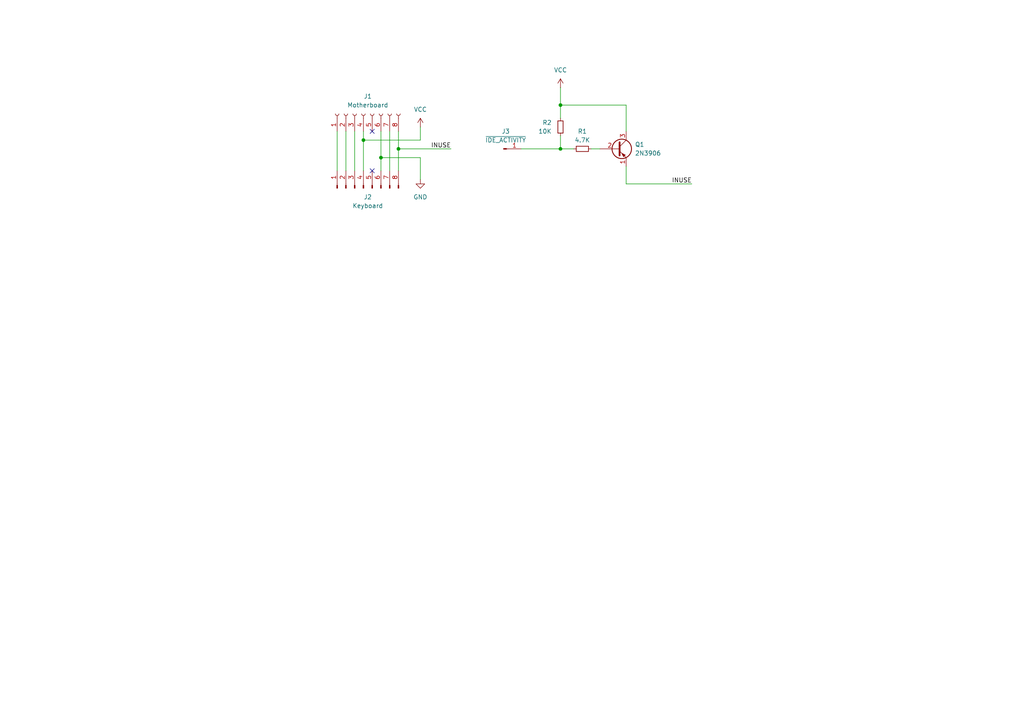
<source format=kicad_sch>
(kicad_sch
	(version 20231120)
	(generator "eeschema")
	(generator_version "8.0")
	(uuid "d8c88aee-9442-48b2-9d3b-a8215d6cb7d3")
	(paper "A4")
	(lib_symbols
		(symbol "Connector:Conn_01x01_Pin"
			(pin_names
				(offset 1.016) hide)
			(exclude_from_sim no)
			(in_bom yes)
			(on_board yes)
			(property "Reference" "J"
				(at 0 2.54 0)
				(effects
					(font
						(size 1.27 1.27)
					)
				)
			)
			(property "Value" "Conn_01x01_Pin"
				(at 0 -2.54 0)
				(effects
					(font
						(size 1.27 1.27)
					)
				)
			)
			(property "Footprint" ""
				(at 0 0 0)
				(effects
					(font
						(size 1.27 1.27)
					)
					(hide yes)
				)
			)
			(property "Datasheet" "~"
				(at 0 0 0)
				(effects
					(font
						(size 1.27 1.27)
					)
					(hide yes)
				)
			)
			(property "Description" "Generic connector, single row, 01x01, script generated"
				(at 0 0 0)
				(effects
					(font
						(size 1.27 1.27)
					)
					(hide yes)
				)
			)
			(property "ki_locked" ""
				(at 0 0 0)
				(effects
					(font
						(size 1.27 1.27)
					)
				)
			)
			(property "ki_keywords" "connector"
				(at 0 0 0)
				(effects
					(font
						(size 1.27 1.27)
					)
					(hide yes)
				)
			)
			(property "ki_fp_filters" "Connector*:*_1x??_*"
				(at 0 0 0)
				(effects
					(font
						(size 1.27 1.27)
					)
					(hide yes)
				)
			)
			(symbol "Conn_01x01_Pin_1_1"
				(polyline
					(pts
						(xy 1.27 0) (xy 0.8636 0)
					)
					(stroke
						(width 0.1524)
						(type default)
					)
					(fill
						(type none)
					)
				)
				(rectangle
					(start 0.8636 0.127)
					(end 0 -0.127)
					(stroke
						(width 0.1524)
						(type default)
					)
					(fill
						(type outline)
					)
				)
				(pin passive line
					(at 5.08 0 180)
					(length 3.81)
					(name "Pin_1"
						(effects
							(font
								(size 1.27 1.27)
							)
						)
					)
					(number "1"
						(effects
							(font
								(size 1.27 1.27)
							)
						)
					)
				)
			)
		)
		(symbol "Connector:Conn_01x08_Pin"
			(pin_names
				(offset 1.016) hide)
			(exclude_from_sim no)
			(in_bom yes)
			(on_board yes)
			(property "Reference" "J"
				(at 0 10.16 0)
				(effects
					(font
						(size 1.27 1.27)
					)
				)
			)
			(property "Value" "Conn_01x08_Pin"
				(at 0 -12.7 0)
				(effects
					(font
						(size 1.27 1.27)
					)
				)
			)
			(property "Footprint" ""
				(at 0 0 0)
				(effects
					(font
						(size 1.27 1.27)
					)
					(hide yes)
				)
			)
			(property "Datasheet" "~"
				(at 0 0 0)
				(effects
					(font
						(size 1.27 1.27)
					)
					(hide yes)
				)
			)
			(property "Description" "Generic connector, single row, 01x08, script generated"
				(at 0 0 0)
				(effects
					(font
						(size 1.27 1.27)
					)
					(hide yes)
				)
			)
			(property "ki_locked" ""
				(at 0 0 0)
				(effects
					(font
						(size 1.27 1.27)
					)
				)
			)
			(property "ki_keywords" "connector"
				(at 0 0 0)
				(effects
					(font
						(size 1.27 1.27)
					)
					(hide yes)
				)
			)
			(property "ki_fp_filters" "Connector*:*_1x??_*"
				(at 0 0 0)
				(effects
					(font
						(size 1.27 1.27)
					)
					(hide yes)
				)
			)
			(symbol "Conn_01x08_Pin_1_1"
				(polyline
					(pts
						(xy 1.27 -10.16) (xy 0.8636 -10.16)
					)
					(stroke
						(width 0.1524)
						(type default)
					)
					(fill
						(type none)
					)
				)
				(polyline
					(pts
						(xy 1.27 -7.62) (xy 0.8636 -7.62)
					)
					(stroke
						(width 0.1524)
						(type default)
					)
					(fill
						(type none)
					)
				)
				(polyline
					(pts
						(xy 1.27 -5.08) (xy 0.8636 -5.08)
					)
					(stroke
						(width 0.1524)
						(type default)
					)
					(fill
						(type none)
					)
				)
				(polyline
					(pts
						(xy 1.27 -2.54) (xy 0.8636 -2.54)
					)
					(stroke
						(width 0.1524)
						(type default)
					)
					(fill
						(type none)
					)
				)
				(polyline
					(pts
						(xy 1.27 0) (xy 0.8636 0)
					)
					(stroke
						(width 0.1524)
						(type default)
					)
					(fill
						(type none)
					)
				)
				(polyline
					(pts
						(xy 1.27 2.54) (xy 0.8636 2.54)
					)
					(stroke
						(width 0.1524)
						(type default)
					)
					(fill
						(type none)
					)
				)
				(polyline
					(pts
						(xy 1.27 5.08) (xy 0.8636 5.08)
					)
					(stroke
						(width 0.1524)
						(type default)
					)
					(fill
						(type none)
					)
				)
				(polyline
					(pts
						(xy 1.27 7.62) (xy 0.8636 7.62)
					)
					(stroke
						(width 0.1524)
						(type default)
					)
					(fill
						(type none)
					)
				)
				(rectangle
					(start 0.8636 -10.033)
					(end 0 -10.287)
					(stroke
						(width 0.1524)
						(type default)
					)
					(fill
						(type outline)
					)
				)
				(rectangle
					(start 0.8636 -7.493)
					(end 0 -7.747)
					(stroke
						(width 0.1524)
						(type default)
					)
					(fill
						(type outline)
					)
				)
				(rectangle
					(start 0.8636 -4.953)
					(end 0 -5.207)
					(stroke
						(width 0.1524)
						(type default)
					)
					(fill
						(type outline)
					)
				)
				(rectangle
					(start 0.8636 -2.413)
					(end 0 -2.667)
					(stroke
						(width 0.1524)
						(type default)
					)
					(fill
						(type outline)
					)
				)
				(rectangle
					(start 0.8636 0.127)
					(end 0 -0.127)
					(stroke
						(width 0.1524)
						(type default)
					)
					(fill
						(type outline)
					)
				)
				(rectangle
					(start 0.8636 2.667)
					(end 0 2.413)
					(stroke
						(width 0.1524)
						(type default)
					)
					(fill
						(type outline)
					)
				)
				(rectangle
					(start 0.8636 5.207)
					(end 0 4.953)
					(stroke
						(width 0.1524)
						(type default)
					)
					(fill
						(type outline)
					)
				)
				(rectangle
					(start 0.8636 7.747)
					(end 0 7.493)
					(stroke
						(width 0.1524)
						(type default)
					)
					(fill
						(type outline)
					)
				)
				(pin passive line
					(at 5.08 7.62 180)
					(length 3.81)
					(name "Pin_1"
						(effects
							(font
								(size 1.27 1.27)
							)
						)
					)
					(number "1"
						(effects
							(font
								(size 1.27 1.27)
							)
						)
					)
				)
				(pin passive line
					(at 5.08 5.08 180)
					(length 3.81)
					(name "Pin_2"
						(effects
							(font
								(size 1.27 1.27)
							)
						)
					)
					(number "2"
						(effects
							(font
								(size 1.27 1.27)
							)
						)
					)
				)
				(pin passive line
					(at 5.08 2.54 180)
					(length 3.81)
					(name "Pin_3"
						(effects
							(font
								(size 1.27 1.27)
							)
						)
					)
					(number "3"
						(effects
							(font
								(size 1.27 1.27)
							)
						)
					)
				)
				(pin passive line
					(at 5.08 0 180)
					(length 3.81)
					(name "Pin_4"
						(effects
							(font
								(size 1.27 1.27)
							)
						)
					)
					(number "4"
						(effects
							(font
								(size 1.27 1.27)
							)
						)
					)
				)
				(pin passive line
					(at 5.08 -2.54 180)
					(length 3.81)
					(name "Pin_5"
						(effects
							(font
								(size 1.27 1.27)
							)
						)
					)
					(number "5"
						(effects
							(font
								(size 1.27 1.27)
							)
						)
					)
				)
				(pin passive line
					(at 5.08 -5.08 180)
					(length 3.81)
					(name "Pin_6"
						(effects
							(font
								(size 1.27 1.27)
							)
						)
					)
					(number "6"
						(effects
							(font
								(size 1.27 1.27)
							)
						)
					)
				)
				(pin passive line
					(at 5.08 -7.62 180)
					(length 3.81)
					(name "Pin_7"
						(effects
							(font
								(size 1.27 1.27)
							)
						)
					)
					(number "7"
						(effects
							(font
								(size 1.27 1.27)
							)
						)
					)
				)
				(pin passive line
					(at 5.08 -10.16 180)
					(length 3.81)
					(name "Pin_8"
						(effects
							(font
								(size 1.27 1.27)
							)
						)
					)
					(number "8"
						(effects
							(font
								(size 1.27 1.27)
							)
						)
					)
				)
			)
		)
		(symbol "Connector:Conn_01x08_Socket"
			(pin_names
				(offset 1.016) hide)
			(exclude_from_sim no)
			(in_bom yes)
			(on_board yes)
			(property "Reference" "J"
				(at 0 10.16 0)
				(effects
					(font
						(size 1.27 1.27)
					)
				)
			)
			(property "Value" "Conn_01x08_Socket"
				(at 0 -12.7 0)
				(effects
					(font
						(size 1.27 1.27)
					)
				)
			)
			(property "Footprint" ""
				(at 0 0 0)
				(effects
					(font
						(size 1.27 1.27)
					)
					(hide yes)
				)
			)
			(property "Datasheet" "~"
				(at 0 0 0)
				(effects
					(font
						(size 1.27 1.27)
					)
					(hide yes)
				)
			)
			(property "Description" "Generic connector, single row, 01x08, script generated"
				(at 0 0 0)
				(effects
					(font
						(size 1.27 1.27)
					)
					(hide yes)
				)
			)
			(property "ki_locked" ""
				(at 0 0 0)
				(effects
					(font
						(size 1.27 1.27)
					)
				)
			)
			(property "ki_keywords" "connector"
				(at 0 0 0)
				(effects
					(font
						(size 1.27 1.27)
					)
					(hide yes)
				)
			)
			(property "ki_fp_filters" "Connector*:*_1x??_*"
				(at 0 0 0)
				(effects
					(font
						(size 1.27 1.27)
					)
					(hide yes)
				)
			)
			(symbol "Conn_01x08_Socket_1_1"
				(arc
					(start 0 -9.652)
					(mid -0.5058 -10.16)
					(end 0 -10.668)
					(stroke
						(width 0.1524)
						(type default)
					)
					(fill
						(type none)
					)
				)
				(arc
					(start 0 -7.112)
					(mid -0.5058 -7.62)
					(end 0 -8.128)
					(stroke
						(width 0.1524)
						(type default)
					)
					(fill
						(type none)
					)
				)
				(arc
					(start 0 -4.572)
					(mid -0.5058 -5.08)
					(end 0 -5.588)
					(stroke
						(width 0.1524)
						(type default)
					)
					(fill
						(type none)
					)
				)
				(arc
					(start 0 -2.032)
					(mid -0.5058 -2.54)
					(end 0 -3.048)
					(stroke
						(width 0.1524)
						(type default)
					)
					(fill
						(type none)
					)
				)
				(polyline
					(pts
						(xy -1.27 -10.16) (xy -0.508 -10.16)
					)
					(stroke
						(width 0.1524)
						(type default)
					)
					(fill
						(type none)
					)
				)
				(polyline
					(pts
						(xy -1.27 -7.62) (xy -0.508 -7.62)
					)
					(stroke
						(width 0.1524)
						(type default)
					)
					(fill
						(type none)
					)
				)
				(polyline
					(pts
						(xy -1.27 -5.08) (xy -0.508 -5.08)
					)
					(stroke
						(width 0.1524)
						(type default)
					)
					(fill
						(type none)
					)
				)
				(polyline
					(pts
						(xy -1.27 -2.54) (xy -0.508 -2.54)
					)
					(stroke
						(width 0.1524)
						(type default)
					)
					(fill
						(type none)
					)
				)
				(polyline
					(pts
						(xy -1.27 0) (xy -0.508 0)
					)
					(stroke
						(width 0.1524)
						(type default)
					)
					(fill
						(type none)
					)
				)
				(polyline
					(pts
						(xy -1.27 2.54) (xy -0.508 2.54)
					)
					(stroke
						(width 0.1524)
						(type default)
					)
					(fill
						(type none)
					)
				)
				(polyline
					(pts
						(xy -1.27 5.08) (xy -0.508 5.08)
					)
					(stroke
						(width 0.1524)
						(type default)
					)
					(fill
						(type none)
					)
				)
				(polyline
					(pts
						(xy -1.27 7.62) (xy -0.508 7.62)
					)
					(stroke
						(width 0.1524)
						(type default)
					)
					(fill
						(type none)
					)
				)
				(arc
					(start 0 0.508)
					(mid -0.5058 0)
					(end 0 -0.508)
					(stroke
						(width 0.1524)
						(type default)
					)
					(fill
						(type none)
					)
				)
				(arc
					(start 0 3.048)
					(mid -0.5058 2.54)
					(end 0 2.032)
					(stroke
						(width 0.1524)
						(type default)
					)
					(fill
						(type none)
					)
				)
				(arc
					(start 0 5.588)
					(mid -0.5058 5.08)
					(end 0 4.572)
					(stroke
						(width 0.1524)
						(type default)
					)
					(fill
						(type none)
					)
				)
				(arc
					(start 0 8.128)
					(mid -0.5058 7.62)
					(end 0 7.112)
					(stroke
						(width 0.1524)
						(type default)
					)
					(fill
						(type none)
					)
				)
				(pin passive line
					(at -5.08 7.62 0)
					(length 3.81)
					(name "Pin_1"
						(effects
							(font
								(size 1.27 1.27)
							)
						)
					)
					(number "1"
						(effects
							(font
								(size 1.27 1.27)
							)
						)
					)
				)
				(pin passive line
					(at -5.08 5.08 0)
					(length 3.81)
					(name "Pin_2"
						(effects
							(font
								(size 1.27 1.27)
							)
						)
					)
					(number "2"
						(effects
							(font
								(size 1.27 1.27)
							)
						)
					)
				)
				(pin passive line
					(at -5.08 2.54 0)
					(length 3.81)
					(name "Pin_3"
						(effects
							(font
								(size 1.27 1.27)
							)
						)
					)
					(number "3"
						(effects
							(font
								(size 1.27 1.27)
							)
						)
					)
				)
				(pin passive line
					(at -5.08 0 0)
					(length 3.81)
					(name "Pin_4"
						(effects
							(font
								(size 1.27 1.27)
							)
						)
					)
					(number "4"
						(effects
							(font
								(size 1.27 1.27)
							)
						)
					)
				)
				(pin passive line
					(at -5.08 -2.54 0)
					(length 3.81)
					(name "Pin_5"
						(effects
							(font
								(size 1.27 1.27)
							)
						)
					)
					(number "5"
						(effects
							(font
								(size 1.27 1.27)
							)
						)
					)
				)
				(pin passive line
					(at -5.08 -5.08 0)
					(length 3.81)
					(name "Pin_6"
						(effects
							(font
								(size 1.27 1.27)
							)
						)
					)
					(number "6"
						(effects
							(font
								(size 1.27 1.27)
							)
						)
					)
				)
				(pin passive line
					(at -5.08 -7.62 0)
					(length 3.81)
					(name "Pin_7"
						(effects
							(font
								(size 1.27 1.27)
							)
						)
					)
					(number "7"
						(effects
							(font
								(size 1.27 1.27)
							)
						)
					)
				)
				(pin passive line
					(at -5.08 -10.16 0)
					(length 3.81)
					(name "Pin_8"
						(effects
							(font
								(size 1.27 1.27)
							)
						)
					)
					(number "8"
						(effects
							(font
								(size 1.27 1.27)
							)
						)
					)
				)
			)
		)
		(symbol "Device:R_Small"
			(pin_numbers hide)
			(pin_names
				(offset 0.254) hide)
			(exclude_from_sim no)
			(in_bom yes)
			(on_board yes)
			(property "Reference" "R"
				(at 0.762 0.508 0)
				(effects
					(font
						(size 1.27 1.27)
					)
					(justify left)
				)
			)
			(property "Value" "R_Small"
				(at 0.762 -1.016 0)
				(effects
					(font
						(size 1.27 1.27)
					)
					(justify left)
				)
			)
			(property "Footprint" ""
				(at 0 0 0)
				(effects
					(font
						(size 1.27 1.27)
					)
					(hide yes)
				)
			)
			(property "Datasheet" "~"
				(at 0 0 0)
				(effects
					(font
						(size 1.27 1.27)
					)
					(hide yes)
				)
			)
			(property "Description" "Resistor, small symbol"
				(at 0 0 0)
				(effects
					(font
						(size 1.27 1.27)
					)
					(hide yes)
				)
			)
			(property "ki_keywords" "R resistor"
				(at 0 0 0)
				(effects
					(font
						(size 1.27 1.27)
					)
					(hide yes)
				)
			)
			(property "ki_fp_filters" "R_*"
				(at 0 0 0)
				(effects
					(font
						(size 1.27 1.27)
					)
					(hide yes)
				)
			)
			(symbol "R_Small_0_1"
				(rectangle
					(start -0.762 1.778)
					(end 0.762 -1.778)
					(stroke
						(width 0.2032)
						(type default)
					)
					(fill
						(type none)
					)
				)
			)
			(symbol "R_Small_1_1"
				(pin passive line
					(at 0 2.54 270)
					(length 0.762)
					(name "~"
						(effects
							(font
								(size 1.27 1.27)
							)
						)
					)
					(number "1"
						(effects
							(font
								(size 1.27 1.27)
							)
						)
					)
				)
				(pin passive line
					(at 0 -2.54 90)
					(length 0.762)
					(name "~"
						(effects
							(font
								(size 1.27 1.27)
							)
						)
					)
					(number "2"
						(effects
							(font
								(size 1.27 1.27)
							)
						)
					)
				)
			)
		)
		(symbol "Transistor_BJT:2N3906"
			(pin_names
				(offset 0) hide)
			(exclude_from_sim no)
			(in_bom yes)
			(on_board yes)
			(property "Reference" "Q"
				(at 5.08 1.905 0)
				(effects
					(font
						(size 1.27 1.27)
					)
					(justify left)
				)
			)
			(property "Value" "2N3906"
				(at 5.08 0 0)
				(effects
					(font
						(size 1.27 1.27)
					)
					(justify left)
				)
			)
			(property "Footprint" "Package_TO_SOT_THT:TO-92_Inline"
				(at 5.08 -1.905 0)
				(effects
					(font
						(size 1.27 1.27)
						(italic yes)
					)
					(justify left)
					(hide yes)
				)
			)
			(property "Datasheet" "https://www.onsemi.com/pub/Collateral/2N3906-D.PDF"
				(at 0 0 0)
				(effects
					(font
						(size 1.27 1.27)
					)
					(justify left)
					(hide yes)
				)
			)
			(property "Description" "-0.2A Ic, -40V Vce, Small Signal PNP Transistor, TO-92"
				(at 0 0 0)
				(effects
					(font
						(size 1.27 1.27)
					)
					(hide yes)
				)
			)
			(property "ki_keywords" "PNP Transistor"
				(at 0 0 0)
				(effects
					(font
						(size 1.27 1.27)
					)
					(hide yes)
				)
			)
			(property "ki_fp_filters" "TO?92*"
				(at 0 0 0)
				(effects
					(font
						(size 1.27 1.27)
					)
					(hide yes)
				)
			)
			(symbol "2N3906_0_1"
				(polyline
					(pts
						(xy 0.635 0.635) (xy 2.54 2.54)
					)
					(stroke
						(width 0)
						(type default)
					)
					(fill
						(type none)
					)
				)
				(polyline
					(pts
						(xy 0.635 -0.635) (xy 2.54 -2.54) (xy 2.54 -2.54)
					)
					(stroke
						(width 0)
						(type default)
					)
					(fill
						(type none)
					)
				)
				(polyline
					(pts
						(xy 0.635 1.905) (xy 0.635 -1.905) (xy 0.635 -1.905)
					)
					(stroke
						(width 0.508)
						(type default)
					)
					(fill
						(type none)
					)
				)
				(polyline
					(pts
						(xy 2.286 -1.778) (xy 1.778 -2.286) (xy 1.27 -1.27) (xy 2.286 -1.778) (xy 2.286 -1.778)
					)
					(stroke
						(width 0)
						(type default)
					)
					(fill
						(type outline)
					)
				)
				(circle
					(center 1.27 0)
					(radius 2.8194)
					(stroke
						(width 0.254)
						(type default)
					)
					(fill
						(type none)
					)
				)
			)
			(symbol "2N3906_1_1"
				(pin passive line
					(at 2.54 -5.08 90)
					(length 2.54)
					(name "E"
						(effects
							(font
								(size 1.27 1.27)
							)
						)
					)
					(number "1"
						(effects
							(font
								(size 1.27 1.27)
							)
						)
					)
				)
				(pin input line
					(at -5.08 0 0)
					(length 5.715)
					(name "B"
						(effects
							(font
								(size 1.27 1.27)
							)
						)
					)
					(number "2"
						(effects
							(font
								(size 1.27 1.27)
							)
						)
					)
				)
				(pin passive line
					(at 2.54 5.08 270)
					(length 2.54)
					(name "C"
						(effects
							(font
								(size 1.27 1.27)
							)
						)
					)
					(number "3"
						(effects
							(font
								(size 1.27 1.27)
							)
						)
					)
				)
			)
		)
		(symbol "power:GND"
			(power)
			(pin_numbers hide)
			(pin_names
				(offset 0) hide)
			(exclude_from_sim no)
			(in_bom yes)
			(on_board yes)
			(property "Reference" "#PWR"
				(at 0 -6.35 0)
				(effects
					(font
						(size 1.27 1.27)
					)
					(hide yes)
				)
			)
			(property "Value" "GND"
				(at 0 -3.81 0)
				(effects
					(font
						(size 1.27 1.27)
					)
				)
			)
			(property "Footprint" ""
				(at 0 0 0)
				(effects
					(font
						(size 1.27 1.27)
					)
					(hide yes)
				)
			)
			(property "Datasheet" ""
				(at 0 0 0)
				(effects
					(font
						(size 1.27 1.27)
					)
					(hide yes)
				)
			)
			(property "Description" "Power symbol creates a global label with name \"GND\" , ground"
				(at 0 0 0)
				(effects
					(font
						(size 1.27 1.27)
					)
					(hide yes)
				)
			)
			(property "ki_keywords" "global power"
				(at 0 0 0)
				(effects
					(font
						(size 1.27 1.27)
					)
					(hide yes)
				)
			)
			(symbol "GND_0_1"
				(polyline
					(pts
						(xy 0 0) (xy 0 -1.27) (xy 1.27 -1.27) (xy 0 -2.54) (xy -1.27 -1.27) (xy 0 -1.27)
					)
					(stroke
						(width 0)
						(type default)
					)
					(fill
						(type none)
					)
				)
			)
			(symbol "GND_1_1"
				(pin power_in line
					(at 0 0 270)
					(length 0)
					(name "~"
						(effects
							(font
								(size 1.27 1.27)
							)
						)
					)
					(number "1"
						(effects
							(font
								(size 1.27 1.27)
							)
						)
					)
				)
			)
		)
		(symbol "power:VCC"
			(power)
			(pin_numbers hide)
			(pin_names
				(offset 0) hide)
			(exclude_from_sim no)
			(in_bom yes)
			(on_board yes)
			(property "Reference" "#PWR"
				(at 0 -3.81 0)
				(effects
					(font
						(size 1.27 1.27)
					)
					(hide yes)
				)
			)
			(property "Value" "VCC"
				(at 0 3.556 0)
				(effects
					(font
						(size 1.27 1.27)
					)
				)
			)
			(property "Footprint" ""
				(at 0 0 0)
				(effects
					(font
						(size 1.27 1.27)
					)
					(hide yes)
				)
			)
			(property "Datasheet" ""
				(at 0 0 0)
				(effects
					(font
						(size 1.27 1.27)
					)
					(hide yes)
				)
			)
			(property "Description" "Power symbol creates a global label with name \"VCC\""
				(at 0 0 0)
				(effects
					(font
						(size 1.27 1.27)
					)
					(hide yes)
				)
			)
			(property "ki_keywords" "global power"
				(at 0 0 0)
				(effects
					(font
						(size 1.27 1.27)
					)
					(hide yes)
				)
			)
			(symbol "VCC_0_1"
				(polyline
					(pts
						(xy -0.762 1.27) (xy 0 2.54)
					)
					(stroke
						(width 0)
						(type default)
					)
					(fill
						(type none)
					)
				)
				(polyline
					(pts
						(xy 0 0) (xy 0 2.54)
					)
					(stroke
						(width 0)
						(type default)
					)
					(fill
						(type none)
					)
				)
				(polyline
					(pts
						(xy 0 2.54) (xy 0.762 1.27)
					)
					(stroke
						(width 0)
						(type default)
					)
					(fill
						(type none)
					)
				)
			)
			(symbol "VCC_1_1"
				(pin power_in line
					(at 0 0 90)
					(length 0)
					(name "~"
						(effects
							(font
								(size 1.27 1.27)
							)
						)
					)
					(number "1"
						(effects
							(font
								(size 1.27 1.27)
							)
						)
					)
				)
			)
		)
	)
	(junction
		(at 115.57 43.18)
		(diameter 0)
		(color 0 0 0 0)
		(uuid "50a49ae6-67da-4988-a29b-4c6c48d003ea")
	)
	(junction
		(at 162.56 43.18)
		(diameter 0)
		(color 0 0 0 0)
		(uuid "7ca41420-16eb-4fa5-9551-6bbcc2a36221")
	)
	(junction
		(at 162.56 30.48)
		(diameter 0)
		(color 0 0 0 0)
		(uuid "94026c34-5369-4287-b300-d83f9481a30e")
	)
	(junction
		(at 105.41 40.64)
		(diameter 0)
		(color 0 0 0 0)
		(uuid "9e3300f7-5605-4760-9a0d-80b9f34a94db")
	)
	(junction
		(at 110.49 45.72)
		(diameter 0)
		(color 0 0 0 0)
		(uuid "cab2076d-692c-4579-ba3a-4e29d56ddb10")
	)
	(no_connect
		(at 107.95 38.1)
		(uuid "72a95aed-50f7-484b-94fe-1fb2d12c6d5a")
	)
	(no_connect
		(at 107.95 49.53)
		(uuid "b0829222-abfc-458c-9353-fc428d806937")
	)
	(wire
		(pts
			(xy 151.13 43.18) (xy 162.56 43.18)
		)
		(stroke
			(width 0)
			(type default)
		)
		(uuid "01e1f5c0-eb0b-457d-89ca-01d6e1225421")
	)
	(wire
		(pts
			(xy 162.56 39.37) (xy 162.56 43.18)
		)
		(stroke
			(width 0)
			(type default)
		)
		(uuid "0998b4ba-4a53-4292-be99-92d8c1155732")
	)
	(wire
		(pts
			(xy 113.03 38.1) (xy 113.03 49.53)
		)
		(stroke
			(width 0)
			(type default)
		)
		(uuid "1b98c472-024e-445f-bade-ad0b71812b66")
	)
	(wire
		(pts
			(xy 181.61 53.34) (xy 181.61 48.26)
		)
		(stroke
			(width 0)
			(type default)
		)
		(uuid "2d37b619-e415-4250-832e-aa7185951d89")
	)
	(wire
		(pts
			(xy 110.49 45.72) (xy 121.92 45.72)
		)
		(stroke
			(width 0)
			(type default)
		)
		(uuid "4ad322b9-6ed1-4fa9-9071-db882362727c")
	)
	(wire
		(pts
			(xy 181.61 30.48) (xy 181.61 38.1)
		)
		(stroke
			(width 0)
			(type default)
		)
		(uuid "5f34276d-9a55-4add-bc82-2056ee00ffaf")
	)
	(wire
		(pts
			(xy 121.92 40.64) (xy 121.92 36.83)
		)
		(stroke
			(width 0)
			(type default)
		)
		(uuid "60f818d4-0df5-4bc4-ac7d-9500916257d7")
	)
	(wire
		(pts
			(xy 110.49 45.72) (xy 110.49 49.53)
		)
		(stroke
			(width 0)
			(type default)
		)
		(uuid "6dc7c16e-e5dc-497c-a764-5e53e1f36137")
	)
	(wire
		(pts
			(xy 115.57 43.18) (xy 130.81 43.18)
		)
		(stroke
			(width 0)
			(type default)
		)
		(uuid "79c02f64-2763-45b8-87ee-f04c1c5dabf3")
	)
	(wire
		(pts
			(xy 102.87 38.1) (xy 102.87 49.53)
		)
		(stroke
			(width 0)
			(type default)
		)
		(uuid "7afa7a51-3df6-418d-8f47-1761ef4d12a2")
	)
	(wire
		(pts
			(xy 115.57 43.18) (xy 115.57 49.53)
		)
		(stroke
			(width 0)
			(type default)
		)
		(uuid "82e31d9b-493b-46f1-bda8-58911d7e5bc7")
	)
	(wire
		(pts
			(xy 162.56 30.48) (xy 162.56 34.29)
		)
		(stroke
			(width 0)
			(type default)
		)
		(uuid "84137f96-e44d-4a77-8351-2ff4387155b2")
	)
	(wire
		(pts
			(xy 171.45 43.18) (xy 173.99 43.18)
		)
		(stroke
			(width 0)
			(type default)
		)
		(uuid "975b5eaf-0369-4deb-b91a-bdf8e8ba492a")
	)
	(wire
		(pts
			(xy 162.56 30.48) (xy 181.61 30.48)
		)
		(stroke
			(width 0)
			(type default)
		)
		(uuid "9a3eb72c-77ce-4bef-87cf-8b65e9758694")
	)
	(wire
		(pts
			(xy 97.79 38.1) (xy 97.79 49.53)
		)
		(stroke
			(width 0)
			(type default)
		)
		(uuid "9b1ef919-bd56-4be2-aff8-052b7917b5e7")
	)
	(wire
		(pts
			(xy 162.56 25.4) (xy 162.56 30.48)
		)
		(stroke
			(width 0)
			(type default)
		)
		(uuid "abb71f25-b5a6-4e78-bf32-c21db0ee20a6")
	)
	(wire
		(pts
			(xy 115.57 38.1) (xy 115.57 43.18)
		)
		(stroke
			(width 0)
			(type default)
		)
		(uuid "ae46211b-580b-410e-a24e-7939b0fedd66")
	)
	(wire
		(pts
			(xy 121.92 45.72) (xy 121.92 52.07)
		)
		(stroke
			(width 0)
			(type default)
		)
		(uuid "d23f1d40-38b1-4414-bb9b-8b6e4825d884")
	)
	(wire
		(pts
			(xy 162.56 43.18) (xy 166.37 43.18)
		)
		(stroke
			(width 0)
			(type default)
		)
		(uuid "d974884e-3dd3-41b4-a9f5-4be8bf2ea746")
	)
	(wire
		(pts
			(xy 105.41 38.1) (xy 105.41 40.64)
		)
		(stroke
			(width 0)
			(type default)
		)
		(uuid "de58f980-4366-4b5e-ab06-e5926cb0b5c8")
	)
	(wire
		(pts
			(xy 105.41 40.64) (xy 121.92 40.64)
		)
		(stroke
			(width 0)
			(type default)
		)
		(uuid "e1c42444-e892-4bb0-b761-0642e1f520fc")
	)
	(wire
		(pts
			(xy 100.33 38.1) (xy 100.33 49.53)
		)
		(stroke
			(width 0)
			(type default)
		)
		(uuid "ef72362e-7c27-40ec-848c-399ccc9615cb")
	)
	(wire
		(pts
			(xy 110.49 38.1) (xy 110.49 45.72)
		)
		(stroke
			(width 0)
			(type default)
		)
		(uuid "f0ee4b72-ef68-4627-baff-388913ac9683")
	)
	(wire
		(pts
			(xy 105.41 40.64) (xy 105.41 49.53)
		)
		(stroke
			(width 0)
			(type default)
		)
		(uuid "f4125fd8-5b3f-4468-aaf6-8f03d9e7bafc")
	)
	(wire
		(pts
			(xy 181.61 53.34) (xy 200.66 53.34)
		)
		(stroke
			(width 0)
			(type default)
		)
		(uuid "fbb2aad9-3237-42f2-8277-e256945cdbf6")
	)
	(label "INUSE"
		(at 130.81 43.18 180)
		(fields_autoplaced yes)
		(effects
			(font
				(size 1.27 1.27)
			)
			(justify right bottom)
		)
		(uuid "c2f342db-3132-4e1c-9c3e-cbc993e6a541")
	)
	(label "INUSE"
		(at 200.66 53.34 180)
		(fields_autoplaced yes)
		(effects
			(font
				(size 1.27 1.27)
			)
			(justify right bottom)
		)
		(uuid "f507201f-ebfb-413f-b967-91af1b42f880")
	)
	(symbol
		(lib_id "Connector:Conn_01x08_Socket")
		(at 105.41 33.02 90)
		(unit 1)
		(exclude_from_sim no)
		(in_bom yes)
		(on_board yes)
		(dnp no)
		(fields_autoplaced yes)
		(uuid "235522f2-c762-4d19-bf8f-6ed67d166682")
		(property "Reference" "J1"
			(at 106.68 27.94 90)
			(effects
				(font
					(size 1.27 1.27)
				)
			)
		)
		(property "Value" "Motherboard"
			(at 106.68 30.48 90)
			(effects
				(font
					(size 1.27 1.27)
				)
			)
		)
		(property "Footprint" "Connector_PinSocket_2.54mm:PinSocket_1x08_P2.54mm_Vertical"
			(at 105.41 33.02 0)
			(effects
				(font
					(size 1.27 1.27)
				)
				(hide yes)
			)
		)
		(property "Datasheet" "~"
			(at 105.41 33.02 0)
			(effects
				(font
					(size 1.27 1.27)
				)
				(hide yes)
			)
		)
		(property "Description" "Generic connector, single row, 01x08, script generated"
			(at 105.41 33.02 0)
			(effects
				(font
					(size 1.27 1.27)
				)
				(hide yes)
			)
		)
		(pin "3"
			(uuid "f5e59a8b-4195-4c26-8fc4-84751a1e241c")
		)
		(pin "8"
			(uuid "ff3dc44e-1bb4-4238-9583-999c94ff0c77")
		)
		(pin "5"
			(uuid "ad4df788-67a1-4c49-8394-f45abd49c3bf")
		)
		(pin "7"
			(uuid "43dd7dee-8be6-47e3-9065-b98bb2c53f7b")
		)
		(pin "2"
			(uuid "3806be56-fbbe-4f14-899f-455b945b8eea")
		)
		(pin "4"
			(uuid "bf1a0225-ee90-4031-b545-637f701be848")
		)
		(pin "1"
			(uuid "1e5b1541-4ab5-4d05-8f26-c275afabb6ee")
		)
		(pin "6"
			(uuid "35472c9a-dfcb-4eb1-b473-08fcb5f20344")
		)
		(instances
			(project ""
				(path "/d8c88aee-9442-48b2-9d3b-a8215d6cb7d3"
					(reference "J1")
					(unit 1)
				)
			)
		)
	)
	(symbol
		(lib_id "power:VCC")
		(at 162.56 25.4 0)
		(unit 1)
		(exclude_from_sim no)
		(in_bom yes)
		(on_board yes)
		(dnp no)
		(fields_autoplaced yes)
		(uuid "26c1a123-5a82-4a24-b4c6-0bcdbd0e731f")
		(property "Reference" "#PWR03"
			(at 162.56 29.21 0)
			(effects
				(font
					(size 1.27 1.27)
				)
				(hide yes)
			)
		)
		(property "Value" "VCC"
			(at 162.56 20.32 0)
			(effects
				(font
					(size 1.27 1.27)
				)
			)
		)
		(property "Footprint" ""
			(at 162.56 25.4 0)
			(effects
				(font
					(size 1.27 1.27)
				)
				(hide yes)
			)
		)
		(property "Datasheet" ""
			(at 162.56 25.4 0)
			(effects
				(font
					(size 1.27 1.27)
				)
				(hide yes)
			)
		)
		(property "Description" "Power symbol creates a global label with name \"VCC\""
			(at 162.56 25.4 0)
			(effects
				(font
					(size 1.27 1.27)
				)
				(hide yes)
			)
		)
		(pin "1"
			(uuid "dd983b87-f3f7-46f4-8be6-e959f99471ca")
		)
		(instances
			(project "a500_ide_floppy_led"
				(path "/d8c88aee-9442-48b2-9d3b-a8215d6cb7d3"
					(reference "#PWR03")
					(unit 1)
				)
			)
		)
	)
	(symbol
		(lib_id "power:GND")
		(at 121.92 52.07 0)
		(unit 1)
		(exclude_from_sim no)
		(in_bom yes)
		(on_board yes)
		(dnp no)
		(fields_autoplaced yes)
		(uuid "2fb6e4a8-ce5f-4f37-aef9-87bb622f59ac")
		(property "Reference" "#PWR02"
			(at 121.92 58.42 0)
			(effects
				(font
					(size 1.27 1.27)
				)
				(hide yes)
			)
		)
		(property "Value" "GND"
			(at 121.92 57.15 0)
			(effects
				(font
					(size 1.27 1.27)
				)
			)
		)
		(property "Footprint" ""
			(at 121.92 52.07 0)
			(effects
				(font
					(size 1.27 1.27)
				)
				(hide yes)
			)
		)
		(property "Datasheet" ""
			(at 121.92 52.07 0)
			(effects
				(font
					(size 1.27 1.27)
				)
				(hide yes)
			)
		)
		(property "Description" "Power symbol creates a global label with name \"GND\" , ground"
			(at 121.92 52.07 0)
			(effects
				(font
					(size 1.27 1.27)
				)
				(hide yes)
			)
		)
		(pin "1"
			(uuid "d3be1a70-3ca0-4283-819f-072a7c23a349")
		)
		(instances
			(project ""
				(path "/d8c88aee-9442-48b2-9d3b-a8215d6cb7d3"
					(reference "#PWR02")
					(unit 1)
				)
			)
		)
	)
	(symbol
		(lib_id "Connector:Conn_01x08_Pin")
		(at 105.41 54.61 90)
		(unit 1)
		(exclude_from_sim no)
		(in_bom yes)
		(on_board yes)
		(dnp no)
		(fields_autoplaced yes)
		(uuid "3823f7a9-6dcb-487f-b3a2-49d6a08b00ce")
		(property "Reference" "J2"
			(at 106.68 57.15 90)
			(effects
				(font
					(size 1.27 1.27)
				)
			)
		)
		(property "Value" "Keyboard"
			(at 106.68 59.69 90)
			(effects
				(font
					(size 1.27 1.27)
				)
			)
		)
		(property "Footprint" "Connector_PinHeader_2.54mm:PinHeader_1x08_P2.54mm_Vertical"
			(at 105.41 54.61 0)
			(effects
				(font
					(size 1.27 1.27)
				)
				(hide yes)
			)
		)
		(property "Datasheet" "~"
			(at 105.41 54.61 0)
			(effects
				(font
					(size 1.27 1.27)
				)
				(hide yes)
			)
		)
		(property "Description" "Generic connector, single row, 01x08, script generated"
			(at 105.41 54.61 0)
			(effects
				(font
					(size 1.27 1.27)
				)
				(hide yes)
			)
		)
		(pin "7"
			(uuid "fd92e2fb-4550-4cef-8141-22133d24feb9")
		)
		(pin "2"
			(uuid "ac591d7c-d226-44a1-a26a-e587a217f607")
		)
		(pin "8"
			(uuid "5ab5b3f3-057c-413c-9467-376f6bb4b9fa")
		)
		(pin "5"
			(uuid "1ae2d9c1-6d28-4391-b445-adbfb8fbd086")
		)
		(pin "6"
			(uuid "2597e60c-e107-41c0-a5c4-6bb03dd7b86d")
		)
		(pin "4"
			(uuid "2b77a873-fec9-40e6-bb08-a2102e3439cf")
		)
		(pin "1"
			(uuid "f7f5b5c6-c3ef-4fad-ac33-2a86f10c6931")
		)
		(pin "3"
			(uuid "1af7d626-5c60-44c9-8a49-0f47d7bed170")
		)
		(instances
			(project ""
				(path "/d8c88aee-9442-48b2-9d3b-a8215d6cb7d3"
					(reference "J2")
					(unit 1)
				)
			)
		)
	)
	(symbol
		(lib_id "Transistor_BJT:2N3906")
		(at 179.07 43.18 0)
		(unit 1)
		(exclude_from_sim no)
		(in_bom yes)
		(on_board yes)
		(dnp no)
		(fields_autoplaced yes)
		(uuid "4a40c495-624e-4d13-af92-5a4d0681ebe7")
		(property "Reference" "Q1"
			(at 184.15 41.9099 0)
			(effects
				(font
					(size 1.27 1.27)
				)
				(justify left)
			)
		)
		(property "Value" "2N3906"
			(at 184.15 44.4499 0)
			(effects
				(font
					(size 1.27 1.27)
				)
				(justify left)
			)
		)
		(property "Footprint" "Package_TO_SOT_THT:TO-92_Inline"
			(at 184.15 45.085 0)
			(effects
				(font
					(size 1.27 1.27)
					(italic yes)
				)
				(justify left)
				(hide yes)
			)
		)
		(property "Datasheet" "https://www.onsemi.com/pub/Collateral/2N3906-D.PDF"
			(at 179.07 43.18 0)
			(effects
				(font
					(size 1.27 1.27)
				)
				(justify left)
				(hide yes)
			)
		)
		(property "Description" "-0.2A Ic, -40V Vce, Small Signal PNP Transistor, TO-92"
			(at 179.07 43.18 0)
			(effects
				(font
					(size 1.27 1.27)
				)
				(hide yes)
			)
		)
		(pin "2"
			(uuid "4859dd2c-d42f-45a8-a47f-48b3c3f3ca33")
		)
		(pin "1"
			(uuid "af21c1b6-b7ab-4116-b602-5a91ac48f4f7")
		)
		(pin "3"
			(uuid "36835ae4-4801-4375-8b2b-0fedc835df5f")
		)
		(instances
			(project ""
				(path "/d8c88aee-9442-48b2-9d3b-a8215d6cb7d3"
					(reference "Q1")
					(unit 1)
				)
			)
		)
	)
	(symbol
		(lib_id "Device:R_Small")
		(at 162.56 36.83 0)
		(mirror y)
		(unit 1)
		(exclude_from_sim no)
		(in_bom yes)
		(on_board yes)
		(dnp no)
		(uuid "711e2bce-9ae1-4446-b8bf-bd523648995a")
		(property "Reference" "R2"
			(at 160.02 35.5599 0)
			(effects
				(font
					(size 1.27 1.27)
				)
				(justify left)
			)
		)
		(property "Value" "10K"
			(at 160.02 38.0999 0)
			(effects
				(font
					(size 1.27 1.27)
				)
				(justify left)
			)
		)
		(property "Footprint" "Resistor_THT:R_Axial_DIN0207_L6.3mm_D2.5mm_P10.16mm_Horizontal"
			(at 162.56 36.83 0)
			(effects
				(font
					(size 1.27 1.27)
				)
				(hide yes)
			)
		)
		(property "Datasheet" "~"
			(at 162.56 36.83 0)
			(effects
				(font
					(size 1.27 1.27)
				)
				(hide yes)
			)
		)
		(property "Description" "Resistor, small symbol"
			(at 162.56 36.83 0)
			(effects
				(font
					(size 1.27 1.27)
				)
				(hide yes)
			)
		)
		(pin "1"
			(uuid "d1f2e34e-2d33-4f56-8cb4-261697e2d578")
		)
		(pin "2"
			(uuid "844402b4-3a13-4a5b-93cf-0ab596169dc6")
		)
		(instances
			(project "a500_ide_floppy_led"
				(path "/d8c88aee-9442-48b2-9d3b-a8215d6cb7d3"
					(reference "R2")
					(unit 1)
				)
			)
		)
	)
	(symbol
		(lib_id "Connector:Conn_01x01_Pin")
		(at 146.05 43.18 0)
		(unit 1)
		(exclude_from_sim no)
		(in_bom yes)
		(on_board yes)
		(dnp no)
		(fields_autoplaced yes)
		(uuid "c68da7e8-c387-4986-ad97-95261fe111b2")
		(property "Reference" "J3"
			(at 146.685 38.1 0)
			(effects
				(font
					(size 1.27 1.27)
				)
			)
		)
		(property "Value" "~{IDE_ACTIVITY}"
			(at 146.685 40.64 0)
			(effects
				(font
					(size 1.27 1.27)
				)
			)
		)
		(property "Footprint" "Connector_PinHeader_2.54mm:PinHeader_1x01_P2.54mm_Vertical"
			(at 146.05 43.18 0)
			(effects
				(font
					(size 1.27 1.27)
				)
				(hide yes)
			)
		)
		(property "Datasheet" "~"
			(at 146.05 43.18 0)
			(effects
				(font
					(size 1.27 1.27)
				)
				(hide yes)
			)
		)
		(property "Description" "Generic connector, single row, 01x01, script generated"
			(at 146.05 43.18 0)
			(effects
				(font
					(size 1.27 1.27)
				)
				(hide yes)
			)
		)
		(pin "1"
			(uuid "6bf6a918-ed2d-40a9-a3c4-47fce7132d28")
		)
		(instances
			(project ""
				(path "/d8c88aee-9442-48b2-9d3b-a8215d6cb7d3"
					(reference "J3")
					(unit 1)
				)
			)
		)
	)
	(symbol
		(lib_id "Device:R_Small")
		(at 168.91 43.18 90)
		(unit 1)
		(exclude_from_sim no)
		(in_bom yes)
		(on_board yes)
		(dnp no)
		(fields_autoplaced yes)
		(uuid "d58c8050-988b-42a2-9dc4-bb0666b62f31")
		(property "Reference" "R1"
			(at 168.91 38.1 90)
			(effects
				(font
					(size 1.27 1.27)
				)
			)
		)
		(property "Value" "4.7K"
			(at 168.91 40.64 90)
			(effects
				(font
					(size 1.27 1.27)
				)
			)
		)
		(property "Footprint" "Resistor_THT:R_Axial_DIN0207_L6.3mm_D2.5mm_P10.16mm_Horizontal"
			(at 168.91 43.18 0)
			(effects
				(font
					(size 1.27 1.27)
				)
				(hide yes)
			)
		)
		(property "Datasheet" "~"
			(at 168.91 43.18 0)
			(effects
				(font
					(size 1.27 1.27)
				)
				(hide yes)
			)
		)
		(property "Description" "Resistor, small symbol"
			(at 168.91 43.18 0)
			(effects
				(font
					(size 1.27 1.27)
				)
				(hide yes)
			)
		)
		(pin "1"
			(uuid "687d6669-088f-4381-923a-28e2aa5b3482")
		)
		(pin "2"
			(uuid "f76a2d27-69b5-4407-8d3c-6c3581918bcf")
		)
		(instances
			(project ""
				(path "/d8c88aee-9442-48b2-9d3b-a8215d6cb7d3"
					(reference "R1")
					(unit 1)
				)
			)
		)
	)
	(symbol
		(lib_id "power:VCC")
		(at 121.92 36.83 0)
		(unit 1)
		(exclude_from_sim no)
		(in_bom yes)
		(on_board yes)
		(dnp no)
		(fields_autoplaced yes)
		(uuid "e6a4f135-2eeb-449e-9791-251fdf7b1542")
		(property "Reference" "#PWR01"
			(at 121.92 40.64 0)
			(effects
				(font
					(size 1.27 1.27)
				)
				(hide yes)
			)
		)
		(property "Value" "VCC"
			(at 121.92 31.75 0)
			(effects
				(font
					(size 1.27 1.27)
				)
			)
		)
		(property "Footprint" ""
			(at 121.92 36.83 0)
			(effects
				(font
					(size 1.27 1.27)
				)
				(hide yes)
			)
		)
		(property "Datasheet" ""
			(at 121.92 36.83 0)
			(effects
				(font
					(size 1.27 1.27)
				)
				(hide yes)
			)
		)
		(property "Description" "Power symbol creates a global label with name \"VCC\""
			(at 121.92 36.83 0)
			(effects
				(font
					(size 1.27 1.27)
				)
				(hide yes)
			)
		)
		(pin "1"
			(uuid "b45c73fc-640c-4df2-937d-3e9d277af8c2")
		)
		(instances
			(project ""
				(path "/d8c88aee-9442-48b2-9d3b-a8215d6cb7d3"
					(reference "#PWR01")
					(unit 1)
				)
			)
		)
	)
	(sheet_instances
		(path "/"
			(page "1")
		)
	)
)

</source>
